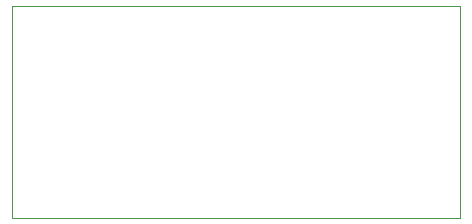
<source format=gbr>
%TF.GenerationSoftware,KiCad,Pcbnew,(5.1.9)-1*%
%TF.CreationDate,2021-01-25T19:02:33+00:00*%
%TF.ProjectId,RC-DC-Motor_Splitter,52432d44-432d-44d6-9f74-6f725f53706c,rev?*%
%TF.SameCoordinates,Original*%
%TF.FileFunction,Profile,NP*%
%FSLAX46Y46*%
G04 Gerber Fmt 4.6, Leading zero omitted, Abs format (unit mm)*
G04 Created by KiCad (PCBNEW (5.1.9)-1) date 2021-01-25 19:02:33*
%MOMM*%
%LPD*%
G01*
G04 APERTURE LIST*
%TA.AperFunction,Profile*%
%ADD10C,0.050000*%
%TD*%
G04 APERTURE END LIST*
D10*
X128830400Y-76581000D02*
X90830400Y-76581000D01*
X128830400Y-94581000D02*
X128830400Y-76581000D01*
X90830400Y-94581000D02*
X128830400Y-94581000D01*
X90830400Y-76581000D02*
X90830400Y-94581000D01*
M02*

</source>
